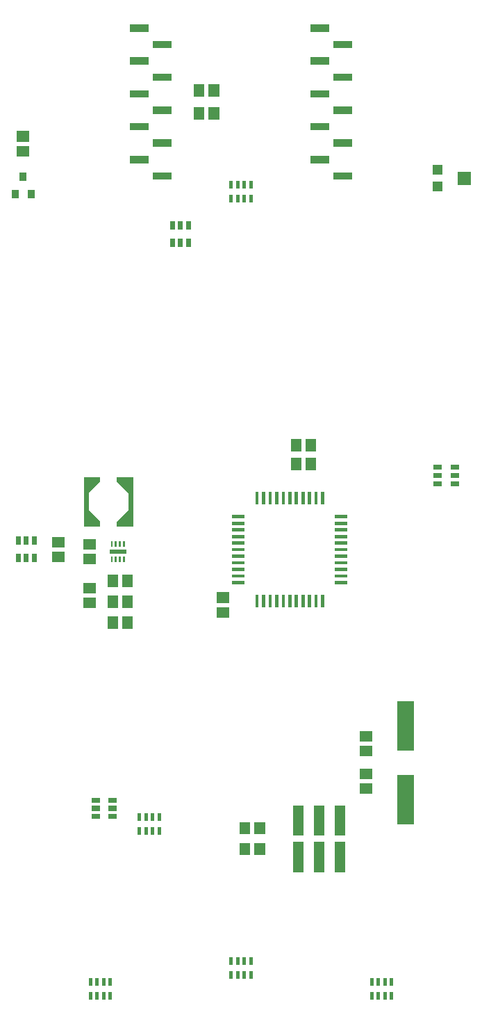
<source format=gbr>
G04 start of page 10 for group -4015 idx -4015 *
G04 Title: (unknown), toppaste *
G04 Creator: pcb 20110918 *
G04 CreationDate: Tue 28 Jun 2016 03:12:40 AM GMT UTC *
G04 For: railfan *
G04 Format: Gerber/RS-274X *
G04 PCB-Dimensions: 275000 550000 *
G04 PCB-Coordinate-Origin: lower left *
%MOIN*%
%FSLAX25Y25*%
%LNTOPPASTE*%
%ADD121R,0.0500X0.0500*%
%ADD120R,0.0787X0.0787*%
%ADD119R,0.0340X0.0340*%
%ADD118C,0.0001*%
%ADD117R,0.0230X0.0230*%
%ADD116R,0.0197X0.0197*%
%ADD115R,0.0098X0.0098*%
%ADD114R,0.0512X0.0512*%
%ADD113R,0.0350X0.0350*%
%ADD112R,0.0630X0.0630*%
%ADD111R,0.0470X0.0470*%
%ADD110R,0.0240X0.0240*%
%ADD109R,0.0167X0.0167*%
%ADD108R,0.0157X0.0157*%
G54D108*X145252Y243028D02*Y238602D01*
X148401Y243028D02*Y238602D01*
X151551Y243028D02*Y238602D01*
X154700Y243028D02*Y238602D01*
X157850Y243028D02*Y238602D01*
X161000Y243028D02*Y238602D01*
X164149Y243028D02*Y238602D01*
X167299Y243028D02*Y238602D01*
X170448Y243028D02*Y238602D01*
X173598Y243028D02*Y238602D01*
X176748Y243028D02*Y238602D01*
X183472Y249752D02*X187898D01*
X183472Y252901D02*X187898D01*
X183472Y256051D02*X187898D01*
X183472Y259200D02*X187898D01*
X183472Y262350D02*X187898D01*
X183472Y265500D02*X187898D01*
X183472Y268649D02*X187898D01*
X183472Y271799D02*X187898D01*
X183472Y274948D02*X187898D01*
X183472Y278098D02*X187898D01*
X183472Y281248D02*X187898D01*
X176748Y292398D02*Y287972D01*
X173599Y292398D02*Y287972D01*
X170449Y292398D02*Y287972D01*
X167300Y292398D02*Y287972D01*
X164150Y292398D02*Y287972D01*
X161000Y292398D02*Y287972D01*
X157851Y292398D02*Y287972D01*
X154701Y292398D02*Y287972D01*
X151552Y292398D02*Y287972D01*
X148402Y292398D02*Y287972D01*
X145252Y292398D02*Y287972D01*
X134102Y281248D02*X138528D01*
X134102Y278099D02*X138528D01*
X134102Y274949D02*X138528D01*
X134102Y271800D02*X138528D01*
X134102Y268650D02*X138528D01*
X134102Y265500D02*X138528D01*
X134102Y262351D02*X138528D01*
X134102Y259201D02*X138528D01*
X134102Y256052D02*X138528D01*
X134102Y252902D02*X138528D01*
X134102Y249752D02*X138528D01*
G54D109*X132776Y434587D02*Y432717D01*
X135925Y434587D02*Y432717D01*
X139075Y434587D02*Y432717D01*
X142224Y434587D02*Y432717D01*
Y441283D02*Y439413D01*
X139075Y441283D02*Y439413D01*
X135925Y441283D02*Y439413D01*
X132776Y441283D02*Y439413D01*
G54D110*X104600Y413300D02*Y411700D01*
X108500Y413300D02*Y411700D01*
X112400Y413300D02*Y411700D01*
Y421500D02*Y419900D01*
X108500Y421500D02*Y419900D01*
X104600Y421500D02*Y419900D01*
G54D111*X231950Y447401D02*Y447400D01*
Y439600D02*Y439599D01*
G54D112*X244750Y443500D02*Y443499D01*
G54D113*X85945Y515433D02*X91457D01*
X85945Y499685D02*X91457D01*
X85945Y483937D02*X91457D01*
X85945Y468189D02*X91457D01*
X85945Y452441D02*X91457D01*
X96929Y444567D02*X102441D01*
X96929Y460315D02*X102441D01*
X96929Y476063D02*X102441D01*
X96929Y491811D02*X102441D01*
X96929Y507559D02*X102441D01*
X172559Y515433D02*X178071D01*
X172559Y499685D02*X178071D01*
X172559Y483937D02*X178071D01*
X172559Y468189D02*X178071D01*
X172559Y452441D02*X178071D01*
X183543Y444567D02*X189055D01*
X183543Y460315D02*X189055D01*
X183543Y476063D02*X189055D01*
X183543Y491811D02*X189055D01*
X183543Y507559D02*X189055D01*
G54D109*X65276Y52587D02*Y50717D01*
X68425Y52587D02*Y50717D01*
X71575Y52587D02*Y50717D01*
X74724Y52587D02*Y50717D01*
Y59283D02*Y57413D01*
X71575Y59283D02*Y57413D01*
X68425Y59283D02*Y57413D01*
X65276Y59283D02*Y57413D01*
X200276Y52587D02*Y50717D01*
X203425Y52587D02*Y50717D01*
X206575Y52587D02*Y50717D01*
X209724Y52587D02*Y50717D01*
Y59283D02*Y57413D01*
X206575Y59283D02*Y57413D01*
X203425Y59283D02*Y57413D01*
X200276Y59283D02*Y57413D01*
X88776Y131587D02*Y129717D01*
X91925Y131587D02*Y129717D01*
X95075Y131587D02*Y129717D01*
X98224Y131587D02*Y129717D01*
Y138283D02*Y136413D01*
X95075Y138283D02*Y136413D01*
X91925Y138283D02*Y136413D01*
X88776Y138283D02*Y136413D01*
G54D110*X30600Y262300D02*Y260700D01*
X34500Y262300D02*Y260700D01*
X38400Y262300D02*Y260700D01*
Y270500D02*Y268900D01*
X34500Y270500D02*Y268900D01*
X30600Y270500D02*Y268900D01*
G54D114*X49607Y269043D02*X50393D01*
X49607Y261957D02*X50393D01*
X75957Y250893D02*Y250107D01*
X83043Y250893D02*Y250107D01*
Y230893D02*Y230107D01*
X75957Y230893D02*Y230107D01*
X83043Y240893D02*Y240107D01*
X75957Y240893D02*Y240107D01*
X64607Y247043D02*X65393D01*
X64607Y239957D02*X65393D01*
G54D115*X75547Y261744D02*Y259972D01*
X77516Y261744D02*Y259972D01*
X79484Y261744D02*Y259972D01*
X81453Y261744D02*Y259972D01*
Y269028D02*Y267256D01*
X79484Y269028D02*Y267256D01*
X77516Y269028D02*Y267256D01*
X75547Y269028D02*Y267256D01*
G54D116*Y264500D02*X81453D01*
G54D114*X64607Y268043D02*X65393D01*
X64607Y260957D02*X65393D01*
G54D117*X63300Y299200D02*Y277800D01*
X68900D01*
X63300Y299200D02*X68900D01*
X84700D02*Y277800D01*
X79100D02*X84700D01*
X79100Y299200D02*X84700D01*
G54D118*G36*
X64450Y284544D02*X70044Y278950D01*
X67923Y276829D01*
X62329Y282423D01*
X64450Y284544D01*
G37*
G36*
X62329Y294577D02*X67923Y300171D01*
X70044Y298050D01*
X64450Y292456D01*
X62329Y294577D01*
G37*
G36*
X77956Y278950D02*X83550Y284544D01*
X85671Y282423D01*
X80077Y276829D01*
X77956Y278950D01*
G37*
G36*
X80077Y300171D02*X85671Y294577D01*
X83550Y292456D01*
X77956Y298050D01*
X80077Y300171D01*
G37*
G36*
X62650Y280750D02*Y277150D01*
X66250D01*
Y280750D01*
X62650D01*
G37*
G36*
Y299850D02*Y296250D01*
X66250D01*
Y299850D01*
X62650D01*
G37*
G36*
X81750Y280750D02*Y277150D01*
X85350D01*
Y280750D01*
X81750D01*
G37*
G36*
Y299850D02*Y296250D01*
X85350D01*
Y299850D01*
X81750D01*
G37*
G54D119*X29100Y436300D02*Y435700D01*
X36900Y436300D02*Y435700D01*
X33000Y444500D02*Y443900D01*
G54D114*X32607Y456457D02*X33393D01*
X32607Y463543D02*X33393D01*
G54D120*X216500Y188991D02*Y173243D01*
Y153557D02*Y137809D01*
G54D114*X197107Y176043D02*X197893D01*
X197107Y168957D02*X197893D01*
X197107Y150957D02*X197893D01*
X197107Y158043D02*X197893D01*
X128607Y242543D02*X129393D01*
X128607Y235457D02*X129393D01*
X163957Y306893D02*Y306107D01*
X171043Y306893D02*Y306107D01*
X163957Y315893D02*Y315107D01*
X171043Y315893D02*Y315107D01*
G54D109*X132776Y62587D02*Y60717D01*
X135925Y62587D02*Y60717D01*
X139075Y62587D02*Y60717D01*
X142224Y62587D02*Y60717D01*
Y69283D02*Y67413D01*
X139075Y69283D02*Y67413D01*
X135925Y69283D02*Y67413D01*
X132776Y69283D02*Y67413D01*
G54D114*X117457Y485893D02*Y485107D01*
X124543Y485893D02*Y485107D01*
X117457Y474893D02*Y474107D01*
X124543Y474893D02*Y474107D01*
G54D110*X75200Y137600D02*X76800D01*
X75200Y141500D02*X76800D01*
X75200Y145400D02*X76800D01*
X67000D02*X68600D01*
X67000Y141500D02*X68600D01*
X67000Y137600D02*X68600D01*
G54D121*X165000Y123004D02*Y113516D01*
X175000Y123004D02*Y113516D01*
X185000Y123004D02*Y113516D01*
Y140484D02*Y130996D01*
X175000Y140484D02*Y130996D01*
X165000Y140484D02*Y130996D01*
G54D114*X139457Y122393D02*Y121607D01*
X146543Y122393D02*Y121607D01*
X139457Y132393D02*Y131607D01*
X146543Y132393D02*Y131607D01*
G54D110*X231200Y304900D02*X232800D01*
X231200Y301000D02*X232800D01*
X231200Y297100D02*X232800D01*
X239400D02*X241000D01*
X239400Y301000D02*X241000D01*
X239400Y304900D02*X241000D01*
M02*

</source>
